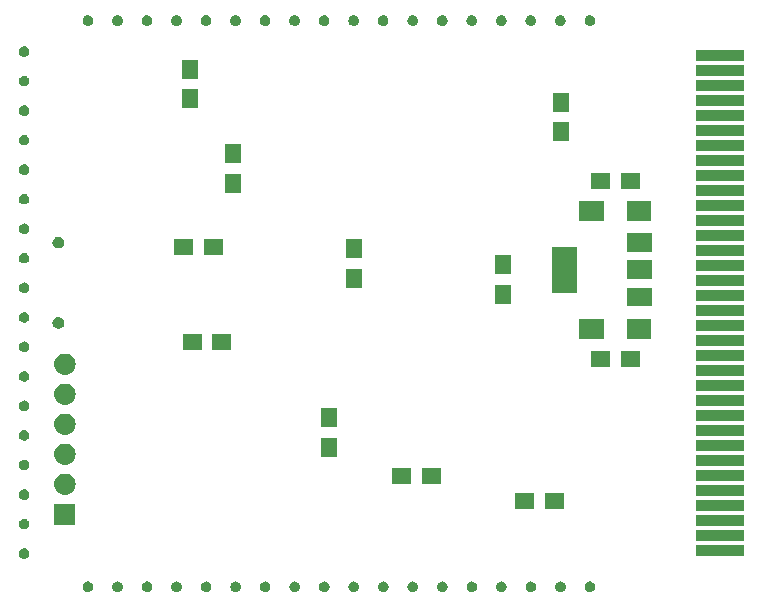
<source format=gbs>
G04 #@! TF.GenerationSoftware,KiCad,Pcbnew,5.1.2-f72e74a~84~ubuntu16.04.1*
G04 #@! TF.CreationDate,2019-06-15T11:53:25+02:00*
G04 #@! TF.ProjectId,sakura,73616b75-7261-42e6-9b69-6361645f7063,2.1.2019*
G04 #@! TF.SameCoordinates,Original*
G04 #@! TF.FileFunction,Soldermask,Bot*
G04 #@! TF.FilePolarity,Negative*
%FSLAX46Y46*%
G04 Gerber Fmt 4.6, Leading zero omitted, Abs format (unit mm)*
G04 Created by KiCad (PCBNEW 5.1.2-f72e74a~84~ubuntu16.04.1) date 2019-06-15 11:53:25*
%MOMM*%
%LPD*%
G04 APERTURE LIST*
%ADD10C,0.100000*%
G04 APERTURE END LIST*
D10*
G36*
X163065709Y-130237083D02*
G01*
X163147605Y-130271005D01*
X163221308Y-130320252D01*
X163283988Y-130382932D01*
X163333235Y-130456635D01*
X163367157Y-130538531D01*
X163384450Y-130625468D01*
X163384450Y-130714112D01*
X163367157Y-130801049D01*
X163333235Y-130882945D01*
X163283988Y-130956648D01*
X163221308Y-131019328D01*
X163147605Y-131068575D01*
X163065709Y-131102497D01*
X162978772Y-131119790D01*
X162890128Y-131119790D01*
X162803191Y-131102497D01*
X162721295Y-131068575D01*
X162647592Y-131019328D01*
X162584912Y-130956648D01*
X162535665Y-130882945D01*
X162501743Y-130801049D01*
X162484450Y-130714112D01*
X162484450Y-130625468D01*
X162501743Y-130538531D01*
X162518705Y-130497582D01*
X162535665Y-130456635D01*
X162584912Y-130382932D01*
X162647592Y-130320252D01*
X162721295Y-130271005D01*
X162803191Y-130237083D01*
X162890128Y-130219790D01*
X162978772Y-130219790D01*
X163065709Y-130237083D01*
X163065709Y-130237083D01*
G37*
G36*
X140565709Y-130237083D02*
G01*
X140647605Y-130271005D01*
X140721308Y-130320252D01*
X140783988Y-130382932D01*
X140833235Y-130456635D01*
X140867157Y-130538531D01*
X140884450Y-130625468D01*
X140884450Y-130714112D01*
X140867157Y-130801049D01*
X140833235Y-130882945D01*
X140783988Y-130956648D01*
X140721308Y-131019328D01*
X140647605Y-131068575D01*
X140565709Y-131102497D01*
X140478772Y-131119790D01*
X140390128Y-131119790D01*
X140303191Y-131102497D01*
X140221295Y-131068575D01*
X140147592Y-131019328D01*
X140084912Y-130956648D01*
X140035665Y-130882945D01*
X140001743Y-130801049D01*
X139984450Y-130714112D01*
X139984450Y-130625468D01*
X140001743Y-130538531D01*
X140018705Y-130497582D01*
X140035665Y-130456635D01*
X140084912Y-130382932D01*
X140147592Y-130320252D01*
X140221295Y-130271005D01*
X140303191Y-130237083D01*
X140390128Y-130219790D01*
X140478772Y-130219790D01*
X140565709Y-130237083D01*
X140565709Y-130237083D01*
G37*
G36*
X123065709Y-130237083D02*
G01*
X123147605Y-130271005D01*
X123221308Y-130320252D01*
X123283988Y-130382932D01*
X123333235Y-130456635D01*
X123367157Y-130538531D01*
X123384450Y-130625468D01*
X123384450Y-130714112D01*
X123367157Y-130801049D01*
X123333235Y-130882945D01*
X123283988Y-130956648D01*
X123221308Y-131019328D01*
X123147605Y-131068575D01*
X123065709Y-131102497D01*
X122978772Y-131119790D01*
X122890128Y-131119790D01*
X122803191Y-131102497D01*
X122721295Y-131068575D01*
X122647592Y-131019328D01*
X122584912Y-130956648D01*
X122535665Y-130882945D01*
X122501743Y-130801049D01*
X122484450Y-130714112D01*
X122484450Y-130625468D01*
X122501743Y-130538531D01*
X122518705Y-130497582D01*
X122535665Y-130456635D01*
X122584912Y-130382932D01*
X122647592Y-130320252D01*
X122721295Y-130271005D01*
X122803191Y-130237083D01*
X122890128Y-130219790D01*
X122978772Y-130219790D01*
X123065709Y-130237083D01*
X123065709Y-130237083D01*
G37*
G36*
X125565709Y-130237083D02*
G01*
X125647605Y-130271005D01*
X125721308Y-130320252D01*
X125783988Y-130382932D01*
X125833235Y-130456635D01*
X125867157Y-130538531D01*
X125884450Y-130625468D01*
X125884450Y-130714112D01*
X125867157Y-130801049D01*
X125833235Y-130882945D01*
X125783988Y-130956648D01*
X125721308Y-131019328D01*
X125647605Y-131068575D01*
X125565709Y-131102497D01*
X125478772Y-131119790D01*
X125390128Y-131119790D01*
X125303191Y-131102497D01*
X125221295Y-131068575D01*
X125147592Y-131019328D01*
X125084912Y-130956648D01*
X125035665Y-130882945D01*
X125001743Y-130801049D01*
X124984450Y-130714112D01*
X124984450Y-130625468D01*
X125001743Y-130538531D01*
X125018705Y-130497582D01*
X125035665Y-130456635D01*
X125084912Y-130382932D01*
X125147592Y-130320252D01*
X125221295Y-130271005D01*
X125303191Y-130237083D01*
X125390128Y-130219790D01*
X125478772Y-130219790D01*
X125565709Y-130237083D01*
X125565709Y-130237083D01*
G37*
G36*
X128065709Y-130237083D02*
G01*
X128147605Y-130271005D01*
X128221308Y-130320252D01*
X128283988Y-130382932D01*
X128333235Y-130456635D01*
X128367157Y-130538531D01*
X128384450Y-130625468D01*
X128384450Y-130714112D01*
X128367157Y-130801049D01*
X128333235Y-130882945D01*
X128283988Y-130956648D01*
X128221308Y-131019328D01*
X128147605Y-131068575D01*
X128065709Y-131102497D01*
X127978772Y-131119790D01*
X127890128Y-131119790D01*
X127803191Y-131102497D01*
X127721295Y-131068575D01*
X127647592Y-131019328D01*
X127584912Y-130956648D01*
X127535665Y-130882945D01*
X127501743Y-130801049D01*
X127484450Y-130714112D01*
X127484450Y-130625468D01*
X127501743Y-130538531D01*
X127518705Y-130497582D01*
X127535665Y-130456635D01*
X127584912Y-130382932D01*
X127647592Y-130320252D01*
X127721295Y-130271005D01*
X127803191Y-130237083D01*
X127890128Y-130219790D01*
X127978772Y-130219790D01*
X128065709Y-130237083D01*
X128065709Y-130237083D01*
G37*
G36*
X130565709Y-130237083D02*
G01*
X130647605Y-130271005D01*
X130721308Y-130320252D01*
X130783988Y-130382932D01*
X130833235Y-130456635D01*
X130867157Y-130538531D01*
X130884450Y-130625468D01*
X130884450Y-130714112D01*
X130867157Y-130801049D01*
X130833235Y-130882945D01*
X130783988Y-130956648D01*
X130721308Y-131019328D01*
X130647605Y-131068575D01*
X130565709Y-131102497D01*
X130478772Y-131119790D01*
X130390128Y-131119790D01*
X130303191Y-131102497D01*
X130221295Y-131068575D01*
X130147592Y-131019328D01*
X130084912Y-130956648D01*
X130035665Y-130882945D01*
X130001743Y-130801049D01*
X129984450Y-130714112D01*
X129984450Y-130625468D01*
X130001743Y-130538531D01*
X130018705Y-130497582D01*
X130035665Y-130456635D01*
X130084912Y-130382932D01*
X130147592Y-130320252D01*
X130221295Y-130271005D01*
X130303191Y-130237083D01*
X130390128Y-130219790D01*
X130478772Y-130219790D01*
X130565709Y-130237083D01*
X130565709Y-130237083D01*
G37*
G36*
X133065709Y-130237083D02*
G01*
X133147605Y-130271005D01*
X133221308Y-130320252D01*
X133283988Y-130382932D01*
X133333235Y-130456635D01*
X133367157Y-130538531D01*
X133384450Y-130625468D01*
X133384450Y-130714112D01*
X133367157Y-130801049D01*
X133333235Y-130882945D01*
X133283988Y-130956648D01*
X133221308Y-131019328D01*
X133147605Y-131068575D01*
X133065709Y-131102497D01*
X132978772Y-131119790D01*
X132890128Y-131119790D01*
X132803191Y-131102497D01*
X132721295Y-131068575D01*
X132647592Y-131019328D01*
X132584912Y-130956648D01*
X132535665Y-130882945D01*
X132501743Y-130801049D01*
X132484450Y-130714112D01*
X132484450Y-130625468D01*
X132501743Y-130538531D01*
X132518705Y-130497582D01*
X132535665Y-130456635D01*
X132584912Y-130382932D01*
X132647592Y-130320252D01*
X132721295Y-130271005D01*
X132803191Y-130237083D01*
X132890128Y-130219790D01*
X132978772Y-130219790D01*
X133065709Y-130237083D01*
X133065709Y-130237083D01*
G37*
G36*
X135565709Y-130237083D02*
G01*
X135647605Y-130271005D01*
X135721308Y-130320252D01*
X135783988Y-130382932D01*
X135833235Y-130456635D01*
X135867157Y-130538531D01*
X135884450Y-130625468D01*
X135884450Y-130714112D01*
X135867157Y-130801049D01*
X135833235Y-130882945D01*
X135783988Y-130956648D01*
X135721308Y-131019328D01*
X135647605Y-131068575D01*
X135565709Y-131102497D01*
X135478772Y-131119790D01*
X135390128Y-131119790D01*
X135303191Y-131102497D01*
X135221295Y-131068575D01*
X135147592Y-131019328D01*
X135084912Y-130956648D01*
X135035665Y-130882945D01*
X135001743Y-130801049D01*
X134984450Y-130714112D01*
X134984450Y-130625468D01*
X135001743Y-130538531D01*
X135018705Y-130497582D01*
X135035665Y-130456635D01*
X135084912Y-130382932D01*
X135147592Y-130320252D01*
X135221295Y-130271005D01*
X135303191Y-130237083D01*
X135390128Y-130219790D01*
X135478772Y-130219790D01*
X135565709Y-130237083D01*
X135565709Y-130237083D01*
G37*
G36*
X138065709Y-130237083D02*
G01*
X138147605Y-130271005D01*
X138221308Y-130320252D01*
X138283988Y-130382932D01*
X138333235Y-130456635D01*
X138367157Y-130538531D01*
X138384450Y-130625468D01*
X138384450Y-130714112D01*
X138367157Y-130801049D01*
X138333235Y-130882945D01*
X138283988Y-130956648D01*
X138221308Y-131019328D01*
X138147605Y-131068575D01*
X138065709Y-131102497D01*
X137978772Y-131119790D01*
X137890128Y-131119790D01*
X137803191Y-131102497D01*
X137721295Y-131068575D01*
X137647592Y-131019328D01*
X137584912Y-130956648D01*
X137535665Y-130882945D01*
X137501743Y-130801049D01*
X137484450Y-130714112D01*
X137484450Y-130625468D01*
X137501743Y-130538531D01*
X137518705Y-130497582D01*
X137535665Y-130456635D01*
X137584912Y-130382932D01*
X137647592Y-130320252D01*
X137721295Y-130271005D01*
X137803191Y-130237083D01*
X137890128Y-130219790D01*
X137978772Y-130219790D01*
X138065709Y-130237083D01*
X138065709Y-130237083D01*
G37*
G36*
X165565709Y-130237083D02*
G01*
X165647605Y-130271005D01*
X165721308Y-130320252D01*
X165783988Y-130382932D01*
X165833235Y-130456635D01*
X165867157Y-130538531D01*
X165884450Y-130625468D01*
X165884450Y-130714112D01*
X165867157Y-130801049D01*
X165833235Y-130882945D01*
X165783988Y-130956648D01*
X165721308Y-131019328D01*
X165647605Y-131068575D01*
X165565709Y-131102497D01*
X165478772Y-131119790D01*
X165390128Y-131119790D01*
X165303191Y-131102497D01*
X165221295Y-131068575D01*
X165147592Y-131019328D01*
X165084912Y-130956648D01*
X165035665Y-130882945D01*
X165001743Y-130801049D01*
X164984450Y-130714112D01*
X164984450Y-130625468D01*
X165001743Y-130538531D01*
X165018705Y-130497582D01*
X165035665Y-130456635D01*
X165084912Y-130382932D01*
X165147592Y-130320252D01*
X165221295Y-130271005D01*
X165303191Y-130237083D01*
X165390128Y-130219790D01*
X165478772Y-130219790D01*
X165565709Y-130237083D01*
X165565709Y-130237083D01*
G37*
G36*
X145565709Y-130237083D02*
G01*
X145647605Y-130271005D01*
X145721308Y-130320252D01*
X145783988Y-130382932D01*
X145833235Y-130456635D01*
X145867157Y-130538531D01*
X145884450Y-130625468D01*
X145884450Y-130714112D01*
X145867157Y-130801049D01*
X145833235Y-130882945D01*
X145783988Y-130956648D01*
X145721308Y-131019328D01*
X145647605Y-131068575D01*
X145565709Y-131102497D01*
X145478772Y-131119790D01*
X145390128Y-131119790D01*
X145303191Y-131102497D01*
X145221295Y-131068575D01*
X145147592Y-131019328D01*
X145084912Y-130956648D01*
X145035665Y-130882945D01*
X145001743Y-130801049D01*
X144984450Y-130714112D01*
X144984450Y-130625468D01*
X145001743Y-130538531D01*
X145018705Y-130497582D01*
X145035665Y-130456635D01*
X145084912Y-130382932D01*
X145147592Y-130320252D01*
X145221295Y-130271005D01*
X145303191Y-130237083D01*
X145390128Y-130219790D01*
X145478772Y-130219790D01*
X145565709Y-130237083D01*
X145565709Y-130237083D01*
G37*
G36*
X143065709Y-130237083D02*
G01*
X143147605Y-130271005D01*
X143221308Y-130320252D01*
X143283988Y-130382932D01*
X143333235Y-130456635D01*
X143367157Y-130538531D01*
X143384450Y-130625468D01*
X143384450Y-130714112D01*
X143367157Y-130801049D01*
X143333235Y-130882945D01*
X143283988Y-130956648D01*
X143221308Y-131019328D01*
X143147605Y-131068575D01*
X143065709Y-131102497D01*
X142978772Y-131119790D01*
X142890128Y-131119790D01*
X142803191Y-131102497D01*
X142721295Y-131068575D01*
X142647592Y-131019328D01*
X142584912Y-130956648D01*
X142535665Y-130882945D01*
X142501743Y-130801049D01*
X142484450Y-130714112D01*
X142484450Y-130625468D01*
X142501743Y-130538531D01*
X142518705Y-130497582D01*
X142535665Y-130456635D01*
X142584912Y-130382932D01*
X142647592Y-130320252D01*
X142721295Y-130271005D01*
X142803191Y-130237083D01*
X142890128Y-130219790D01*
X142978772Y-130219790D01*
X143065709Y-130237083D01*
X143065709Y-130237083D01*
G37*
G36*
X160565709Y-130237083D02*
G01*
X160647605Y-130271005D01*
X160721308Y-130320252D01*
X160783988Y-130382932D01*
X160833235Y-130456635D01*
X160867157Y-130538531D01*
X160884450Y-130625468D01*
X160884450Y-130714112D01*
X160867157Y-130801049D01*
X160833235Y-130882945D01*
X160783988Y-130956648D01*
X160721308Y-131019328D01*
X160647605Y-131068575D01*
X160565709Y-131102497D01*
X160478772Y-131119790D01*
X160390128Y-131119790D01*
X160303191Y-131102497D01*
X160221295Y-131068575D01*
X160147592Y-131019328D01*
X160084912Y-130956648D01*
X160035665Y-130882945D01*
X160001743Y-130801049D01*
X159984450Y-130714112D01*
X159984450Y-130625468D01*
X160001743Y-130538531D01*
X160018705Y-130497582D01*
X160035665Y-130456635D01*
X160084912Y-130382932D01*
X160147592Y-130320252D01*
X160221295Y-130271005D01*
X160303191Y-130237083D01*
X160390128Y-130219790D01*
X160478772Y-130219790D01*
X160565709Y-130237083D01*
X160565709Y-130237083D01*
G37*
G36*
X158065709Y-130237083D02*
G01*
X158147605Y-130271005D01*
X158221308Y-130320252D01*
X158283988Y-130382932D01*
X158333235Y-130456635D01*
X158367157Y-130538531D01*
X158384450Y-130625468D01*
X158384450Y-130714112D01*
X158367157Y-130801049D01*
X158333235Y-130882945D01*
X158283988Y-130956648D01*
X158221308Y-131019328D01*
X158147605Y-131068575D01*
X158065709Y-131102497D01*
X157978772Y-131119790D01*
X157890128Y-131119790D01*
X157803191Y-131102497D01*
X157721295Y-131068575D01*
X157647592Y-131019328D01*
X157584912Y-130956648D01*
X157535665Y-130882945D01*
X157501743Y-130801049D01*
X157484450Y-130714112D01*
X157484450Y-130625468D01*
X157501743Y-130538531D01*
X157518705Y-130497582D01*
X157535665Y-130456635D01*
X157584912Y-130382932D01*
X157647592Y-130320252D01*
X157721295Y-130271005D01*
X157803191Y-130237083D01*
X157890128Y-130219790D01*
X157978772Y-130219790D01*
X158065709Y-130237083D01*
X158065709Y-130237083D01*
G37*
G36*
X155565709Y-130237083D02*
G01*
X155647605Y-130271005D01*
X155721308Y-130320252D01*
X155783988Y-130382932D01*
X155833235Y-130456635D01*
X155867157Y-130538531D01*
X155884450Y-130625468D01*
X155884450Y-130714112D01*
X155867157Y-130801049D01*
X155833235Y-130882945D01*
X155783988Y-130956648D01*
X155721308Y-131019328D01*
X155647605Y-131068575D01*
X155565709Y-131102497D01*
X155478772Y-131119790D01*
X155390128Y-131119790D01*
X155303191Y-131102497D01*
X155221295Y-131068575D01*
X155147592Y-131019328D01*
X155084912Y-130956648D01*
X155035665Y-130882945D01*
X155001743Y-130801049D01*
X154984450Y-130714112D01*
X154984450Y-130625468D01*
X155001743Y-130538531D01*
X155018705Y-130497582D01*
X155035665Y-130456635D01*
X155084912Y-130382932D01*
X155147592Y-130320252D01*
X155221295Y-130271005D01*
X155303191Y-130237083D01*
X155390128Y-130219790D01*
X155478772Y-130219790D01*
X155565709Y-130237083D01*
X155565709Y-130237083D01*
G37*
G36*
X150565709Y-130237083D02*
G01*
X150647605Y-130271005D01*
X150721308Y-130320252D01*
X150783988Y-130382932D01*
X150833235Y-130456635D01*
X150867157Y-130538531D01*
X150884450Y-130625468D01*
X150884450Y-130714112D01*
X150867157Y-130801049D01*
X150833235Y-130882945D01*
X150783988Y-130956648D01*
X150721308Y-131019328D01*
X150647605Y-131068575D01*
X150565709Y-131102497D01*
X150478772Y-131119790D01*
X150390128Y-131119790D01*
X150303191Y-131102497D01*
X150221295Y-131068575D01*
X150147592Y-131019328D01*
X150084912Y-130956648D01*
X150035665Y-130882945D01*
X150001743Y-130801049D01*
X149984450Y-130714112D01*
X149984450Y-130625468D01*
X150001743Y-130538531D01*
X150018705Y-130497582D01*
X150035665Y-130456635D01*
X150084912Y-130382932D01*
X150147592Y-130320252D01*
X150221295Y-130271005D01*
X150303191Y-130237083D01*
X150390128Y-130219790D01*
X150478772Y-130219790D01*
X150565709Y-130237083D01*
X150565709Y-130237083D01*
G37*
G36*
X148065709Y-130237083D02*
G01*
X148147605Y-130271005D01*
X148221308Y-130320252D01*
X148283988Y-130382932D01*
X148333235Y-130456635D01*
X148367157Y-130538531D01*
X148384450Y-130625468D01*
X148384450Y-130714112D01*
X148367157Y-130801049D01*
X148333235Y-130882945D01*
X148283988Y-130956648D01*
X148221308Y-131019328D01*
X148147605Y-131068575D01*
X148065709Y-131102497D01*
X147978772Y-131119790D01*
X147890128Y-131119790D01*
X147803191Y-131102497D01*
X147721295Y-131068575D01*
X147647592Y-131019328D01*
X147584912Y-130956648D01*
X147535665Y-130882945D01*
X147501743Y-130801049D01*
X147484450Y-130714112D01*
X147484450Y-130625468D01*
X147501743Y-130538531D01*
X147518705Y-130497582D01*
X147535665Y-130456635D01*
X147584912Y-130382932D01*
X147647592Y-130320252D01*
X147721295Y-130271005D01*
X147803191Y-130237083D01*
X147890128Y-130219790D01*
X147978772Y-130219790D01*
X148065709Y-130237083D01*
X148065709Y-130237083D01*
G37*
G36*
X153065709Y-130237083D02*
G01*
X153147605Y-130271005D01*
X153221308Y-130320252D01*
X153283988Y-130382932D01*
X153333235Y-130456635D01*
X153367157Y-130538531D01*
X153384450Y-130625468D01*
X153384450Y-130714112D01*
X153367157Y-130801049D01*
X153333235Y-130882945D01*
X153283988Y-130956648D01*
X153221308Y-131019328D01*
X153147605Y-131068575D01*
X153065709Y-131102497D01*
X152978772Y-131119790D01*
X152890128Y-131119790D01*
X152803191Y-131102497D01*
X152721295Y-131068575D01*
X152647592Y-131019328D01*
X152584912Y-130956648D01*
X152535665Y-130882945D01*
X152501743Y-130801049D01*
X152484450Y-130714112D01*
X152484450Y-130625468D01*
X152501743Y-130538531D01*
X152518705Y-130497582D01*
X152535665Y-130456635D01*
X152584912Y-130382932D01*
X152647592Y-130320252D01*
X152721295Y-130271005D01*
X152803191Y-130237083D01*
X152890128Y-130219790D01*
X152978772Y-130219790D01*
X153065709Y-130237083D01*
X153065709Y-130237083D01*
G37*
G36*
X117655709Y-127427083D02*
G01*
X117696658Y-127444045D01*
X117737605Y-127461005D01*
X117811308Y-127510252D01*
X117873988Y-127572932D01*
X117923235Y-127646635D01*
X117940195Y-127687582D01*
X117957157Y-127728531D01*
X117974450Y-127815468D01*
X117974450Y-127904112D01*
X117957157Y-127991049D01*
X117923235Y-128072945D01*
X117873988Y-128146648D01*
X117811308Y-128209328D01*
X117737605Y-128258575D01*
X117696658Y-128275535D01*
X117655709Y-128292497D01*
X117568772Y-128309790D01*
X117480128Y-128309790D01*
X117393191Y-128292497D01*
X117352242Y-128275535D01*
X117311295Y-128258575D01*
X117237592Y-128209328D01*
X117174912Y-128146648D01*
X117125665Y-128072945D01*
X117108705Y-128031998D01*
X117091743Y-127991049D01*
X117074450Y-127904112D01*
X117074450Y-127815468D01*
X117091743Y-127728531D01*
X117108705Y-127687582D01*
X117125665Y-127646635D01*
X117174912Y-127572932D01*
X117237592Y-127510252D01*
X117311295Y-127461005D01*
X117352242Y-127444045D01*
X117393191Y-127427083D01*
X117480128Y-127409790D01*
X117568772Y-127409790D01*
X117655709Y-127427083D01*
X117655709Y-127427083D01*
G37*
G36*
X178514550Y-128043450D02*
G01*
X174414550Y-128043450D01*
X174414550Y-127143450D01*
X178514550Y-127143450D01*
X178514550Y-128043450D01*
X178514550Y-128043450D01*
G37*
G36*
X178514550Y-126773450D02*
G01*
X174414550Y-126773450D01*
X174414550Y-125873450D01*
X178514550Y-125873450D01*
X178514550Y-126773450D01*
X178514550Y-126773450D01*
G37*
G36*
X117655709Y-124927083D02*
G01*
X117696658Y-124944045D01*
X117737605Y-124961005D01*
X117811308Y-125010252D01*
X117873988Y-125072932D01*
X117923235Y-125146635D01*
X117940195Y-125187582D01*
X117957157Y-125228531D01*
X117974450Y-125315468D01*
X117974450Y-125404112D01*
X117957157Y-125491049D01*
X117952020Y-125503450D01*
X117923235Y-125572945D01*
X117873988Y-125646648D01*
X117811308Y-125709328D01*
X117737605Y-125758575D01*
X117696658Y-125775535D01*
X117655709Y-125792497D01*
X117568772Y-125809790D01*
X117480128Y-125809790D01*
X117393191Y-125792497D01*
X117352242Y-125775535D01*
X117311295Y-125758575D01*
X117237592Y-125709328D01*
X117174912Y-125646648D01*
X117125665Y-125572945D01*
X117096880Y-125503450D01*
X117091743Y-125491049D01*
X117074450Y-125404112D01*
X117074450Y-125315468D01*
X117091743Y-125228531D01*
X117108705Y-125187582D01*
X117125665Y-125146635D01*
X117174912Y-125072932D01*
X117237592Y-125010252D01*
X117311295Y-124961005D01*
X117352242Y-124944045D01*
X117393191Y-124927083D01*
X117480128Y-124909790D01*
X117568772Y-124909790D01*
X117655709Y-124927083D01*
X117655709Y-124927083D01*
G37*
G36*
X178514550Y-125503450D02*
G01*
X174414550Y-125503450D01*
X174414550Y-124603450D01*
X178514550Y-124603450D01*
X178514550Y-125503450D01*
X178514550Y-125503450D01*
G37*
G36*
X121874300Y-125449940D02*
G01*
X120074300Y-125449940D01*
X120074300Y-123649940D01*
X121874300Y-123649940D01*
X121874300Y-125449940D01*
X121874300Y-125449940D01*
G37*
G36*
X178514550Y-124233450D02*
G01*
X174414550Y-124233450D01*
X174414550Y-123333450D01*
X178514550Y-123333450D01*
X178514550Y-124233450D01*
X178514550Y-124233450D01*
G37*
G36*
X160714300Y-124064940D02*
G01*
X159114300Y-124064940D01*
X159114300Y-122714940D01*
X160714300Y-122714940D01*
X160714300Y-124064940D01*
X160714300Y-124064940D01*
G37*
G36*
X163214300Y-124064940D02*
G01*
X161614300Y-124064940D01*
X161614300Y-122714940D01*
X163214300Y-122714940D01*
X163214300Y-124064940D01*
X163214300Y-124064940D01*
G37*
G36*
X117655709Y-122427083D02*
G01*
X117737605Y-122461005D01*
X117811308Y-122510252D01*
X117873988Y-122572932D01*
X117923235Y-122646635D01*
X117924386Y-122649415D01*
X117957157Y-122728531D01*
X117974450Y-122815468D01*
X117974450Y-122904112D01*
X117957157Y-122991049D01*
X117923235Y-123072945D01*
X117873988Y-123146648D01*
X117811308Y-123209328D01*
X117737605Y-123258575D01*
X117655709Y-123292497D01*
X117568772Y-123309790D01*
X117480128Y-123309790D01*
X117393191Y-123292497D01*
X117311295Y-123258575D01*
X117237592Y-123209328D01*
X117174912Y-123146648D01*
X117125665Y-123072945D01*
X117091743Y-122991049D01*
X117074450Y-122904112D01*
X117074450Y-122815468D01*
X117091743Y-122728531D01*
X117124514Y-122649415D01*
X117125665Y-122646635D01*
X117174912Y-122572932D01*
X117237592Y-122510252D01*
X117311295Y-122461005D01*
X117393191Y-122427083D01*
X117480128Y-122409790D01*
X117568772Y-122409790D01*
X117655709Y-122427083D01*
X117655709Y-122427083D01*
G37*
G36*
X178514550Y-122963450D02*
G01*
X174414550Y-122963450D01*
X174414550Y-122063450D01*
X178514550Y-122063450D01*
X178514550Y-122963450D01*
X178514550Y-122963450D01*
G37*
G36*
X121150727Y-121122962D02*
G01*
X121150730Y-121122963D01*
X121150731Y-121122963D01*
X121320381Y-121174426D01*
X121320383Y-121174427D01*
X121320386Y-121174428D01*
X121476731Y-121257996D01*
X121613775Y-121370465D01*
X121726244Y-121507509D01*
X121809812Y-121663854D01*
X121861278Y-121833513D01*
X121878654Y-122009940D01*
X121861278Y-122186367D01*
X121809812Y-122356026D01*
X121726244Y-122512371D01*
X121613775Y-122649415D01*
X121476731Y-122761884D01*
X121320386Y-122845452D01*
X121320383Y-122845453D01*
X121320381Y-122845454D01*
X121150731Y-122896917D01*
X121150730Y-122896917D01*
X121150727Y-122896918D01*
X121018511Y-122909940D01*
X120930089Y-122909940D01*
X120797873Y-122896918D01*
X120797870Y-122896917D01*
X120797869Y-122896917D01*
X120628219Y-122845454D01*
X120628217Y-122845453D01*
X120628214Y-122845452D01*
X120471869Y-122761884D01*
X120334825Y-122649415D01*
X120222356Y-122512371D01*
X120138788Y-122356026D01*
X120087322Y-122186367D01*
X120069946Y-122009940D01*
X120087322Y-121833513D01*
X120138788Y-121663854D01*
X120222356Y-121507509D01*
X120334825Y-121370465D01*
X120471869Y-121257996D01*
X120628214Y-121174428D01*
X120628217Y-121174427D01*
X120628219Y-121174426D01*
X120797869Y-121122963D01*
X120797870Y-121122963D01*
X120797873Y-121122962D01*
X120930089Y-121109940D01*
X121018511Y-121109940D01*
X121150727Y-121122962D01*
X121150727Y-121122962D01*
G37*
G36*
X150284300Y-121974940D02*
G01*
X148684300Y-121974940D01*
X148684300Y-120624940D01*
X150284300Y-120624940D01*
X150284300Y-121974940D01*
X150284300Y-121974940D01*
G37*
G36*
X152784300Y-121974940D02*
G01*
X151184300Y-121974940D01*
X151184300Y-120624940D01*
X152784300Y-120624940D01*
X152784300Y-121974940D01*
X152784300Y-121974940D01*
G37*
G36*
X178514550Y-121693450D02*
G01*
X174414550Y-121693450D01*
X174414550Y-120793450D01*
X178514550Y-120793450D01*
X178514550Y-121693450D01*
X178514550Y-121693450D01*
G37*
G36*
X117655709Y-119927083D02*
G01*
X117737605Y-119961005D01*
X117811308Y-120010252D01*
X117873988Y-120072932D01*
X117923235Y-120146635D01*
X117957157Y-120228531D01*
X117974450Y-120315468D01*
X117974450Y-120404112D01*
X117957157Y-120491049D01*
X117940195Y-120531998D01*
X117923235Y-120572945D01*
X117873988Y-120646648D01*
X117811308Y-120709328D01*
X117737605Y-120758575D01*
X117655709Y-120792497D01*
X117568772Y-120809790D01*
X117480128Y-120809790D01*
X117393191Y-120792497D01*
X117311295Y-120758575D01*
X117237592Y-120709328D01*
X117174912Y-120646648D01*
X117125665Y-120572945D01*
X117108705Y-120531998D01*
X117091743Y-120491049D01*
X117074450Y-120404112D01*
X117074450Y-120315468D01*
X117091743Y-120228531D01*
X117125665Y-120146635D01*
X117174912Y-120072932D01*
X117237592Y-120010252D01*
X117311295Y-119961005D01*
X117393191Y-119927083D01*
X117480128Y-119909790D01*
X117568772Y-119909790D01*
X117655709Y-119927083D01*
X117655709Y-119927083D01*
G37*
G36*
X178514550Y-120423450D02*
G01*
X174414550Y-120423450D01*
X174414550Y-119523450D01*
X178514550Y-119523450D01*
X178514550Y-120423450D01*
X178514550Y-120423450D01*
G37*
G36*
X121150727Y-118582962D02*
G01*
X121150730Y-118582963D01*
X121150731Y-118582963D01*
X121320381Y-118634426D01*
X121320383Y-118634427D01*
X121320386Y-118634428D01*
X121476731Y-118717996D01*
X121613775Y-118830465D01*
X121726244Y-118967509D01*
X121809812Y-119123854D01*
X121861278Y-119293513D01*
X121878654Y-119469940D01*
X121861278Y-119646367D01*
X121809812Y-119816026D01*
X121726244Y-119972371D01*
X121613775Y-120109415D01*
X121476731Y-120221884D01*
X121320386Y-120305452D01*
X121320383Y-120305453D01*
X121320381Y-120305454D01*
X121150731Y-120356917D01*
X121150730Y-120356917D01*
X121150727Y-120356918D01*
X121018511Y-120369940D01*
X120930089Y-120369940D01*
X120797873Y-120356918D01*
X120797870Y-120356917D01*
X120797869Y-120356917D01*
X120628219Y-120305454D01*
X120628217Y-120305453D01*
X120628214Y-120305452D01*
X120471869Y-120221884D01*
X120334825Y-120109415D01*
X120222356Y-119972371D01*
X120138788Y-119816026D01*
X120087322Y-119646367D01*
X120069946Y-119469940D01*
X120087322Y-119293513D01*
X120138788Y-119123854D01*
X120222356Y-118967509D01*
X120334825Y-118830465D01*
X120471869Y-118717996D01*
X120628214Y-118634428D01*
X120628217Y-118634427D01*
X120628219Y-118634426D01*
X120797869Y-118582963D01*
X120797870Y-118582963D01*
X120797873Y-118582962D01*
X120930089Y-118569940D01*
X121018511Y-118569940D01*
X121150727Y-118582962D01*
X121150727Y-118582962D01*
G37*
G36*
X144019450Y-119659790D02*
G01*
X142669450Y-119659790D01*
X142669450Y-118059790D01*
X144019450Y-118059790D01*
X144019450Y-119659790D01*
X144019450Y-119659790D01*
G37*
G36*
X178514550Y-119153450D02*
G01*
X174414550Y-119153450D01*
X174414550Y-118253450D01*
X178514550Y-118253450D01*
X178514550Y-119153450D01*
X178514550Y-119153450D01*
G37*
G36*
X117655709Y-117427083D02*
G01*
X117696658Y-117444045D01*
X117737605Y-117461005D01*
X117811308Y-117510252D01*
X117873988Y-117572932D01*
X117923235Y-117646635D01*
X117937835Y-117681883D01*
X117957157Y-117728531D01*
X117974450Y-117815468D01*
X117974450Y-117904112D01*
X117957157Y-117991049D01*
X117940195Y-118031998D01*
X117923235Y-118072945D01*
X117873988Y-118146648D01*
X117811308Y-118209328D01*
X117737605Y-118258575D01*
X117696658Y-118275535D01*
X117655709Y-118292497D01*
X117568772Y-118309790D01*
X117480128Y-118309790D01*
X117393191Y-118292497D01*
X117352242Y-118275535D01*
X117311295Y-118258575D01*
X117237592Y-118209328D01*
X117174912Y-118146648D01*
X117125665Y-118072945D01*
X117108705Y-118031998D01*
X117091743Y-117991049D01*
X117074450Y-117904112D01*
X117074450Y-117815468D01*
X117091743Y-117728531D01*
X117111065Y-117681883D01*
X117125665Y-117646635D01*
X117174912Y-117572932D01*
X117237592Y-117510252D01*
X117311295Y-117461005D01*
X117352242Y-117444045D01*
X117393191Y-117427083D01*
X117480128Y-117409790D01*
X117568772Y-117409790D01*
X117655709Y-117427083D01*
X117655709Y-117427083D01*
G37*
G36*
X178514550Y-117883450D02*
G01*
X174414550Y-117883450D01*
X174414550Y-116983450D01*
X178514550Y-116983450D01*
X178514550Y-117883450D01*
X178514550Y-117883450D01*
G37*
G36*
X121150727Y-116042962D02*
G01*
X121150730Y-116042963D01*
X121150731Y-116042963D01*
X121320381Y-116094426D01*
X121320383Y-116094427D01*
X121320386Y-116094428D01*
X121476731Y-116177996D01*
X121613775Y-116290465D01*
X121726244Y-116427509D01*
X121809812Y-116583854D01*
X121861278Y-116753513D01*
X121878654Y-116929940D01*
X121861278Y-117106367D01*
X121809812Y-117276026D01*
X121726244Y-117432371D01*
X121613775Y-117569415D01*
X121476731Y-117681884D01*
X121320386Y-117765452D01*
X121320383Y-117765453D01*
X121320381Y-117765454D01*
X121150731Y-117816917D01*
X121150730Y-117816917D01*
X121150727Y-117816918D01*
X121018511Y-117829940D01*
X120930089Y-117829940D01*
X120797873Y-117816918D01*
X120797870Y-117816917D01*
X120797869Y-117816917D01*
X120628219Y-117765454D01*
X120628217Y-117765453D01*
X120628214Y-117765452D01*
X120471869Y-117681884D01*
X120334825Y-117569415D01*
X120222356Y-117432371D01*
X120138788Y-117276026D01*
X120087322Y-117106367D01*
X120069946Y-116929940D01*
X120087322Y-116753513D01*
X120138788Y-116583854D01*
X120222356Y-116427509D01*
X120334825Y-116290465D01*
X120471869Y-116177996D01*
X120628214Y-116094428D01*
X120628217Y-116094427D01*
X120628219Y-116094426D01*
X120797869Y-116042963D01*
X120797870Y-116042963D01*
X120797873Y-116042962D01*
X120930089Y-116029940D01*
X121018511Y-116029940D01*
X121150727Y-116042962D01*
X121150727Y-116042962D01*
G37*
G36*
X144019450Y-117159790D02*
G01*
X142669450Y-117159790D01*
X142669450Y-115559790D01*
X144019450Y-115559790D01*
X144019450Y-117159790D01*
X144019450Y-117159790D01*
G37*
G36*
X178514550Y-116613450D02*
G01*
X174414550Y-116613450D01*
X174414550Y-115713450D01*
X178514550Y-115713450D01*
X178514550Y-116613450D01*
X178514550Y-116613450D01*
G37*
G36*
X117655709Y-114927083D02*
G01*
X117737605Y-114961005D01*
X117811308Y-115010252D01*
X117873988Y-115072932D01*
X117923235Y-115146635D01*
X117957157Y-115228531D01*
X117974450Y-115315468D01*
X117974450Y-115404112D01*
X117957157Y-115491049D01*
X117940195Y-115531998D01*
X117923235Y-115572945D01*
X117873988Y-115646648D01*
X117811308Y-115709328D01*
X117737605Y-115758575D01*
X117655709Y-115792497D01*
X117568772Y-115809790D01*
X117480128Y-115809790D01*
X117393191Y-115792497D01*
X117311295Y-115758575D01*
X117237592Y-115709328D01*
X117174912Y-115646648D01*
X117125665Y-115572945D01*
X117108705Y-115531998D01*
X117091743Y-115491049D01*
X117074450Y-115404112D01*
X117074450Y-115315468D01*
X117091743Y-115228531D01*
X117125665Y-115146635D01*
X117174912Y-115072932D01*
X117237592Y-115010252D01*
X117311295Y-114961005D01*
X117393191Y-114927083D01*
X117480128Y-114909790D01*
X117568772Y-114909790D01*
X117655709Y-114927083D01*
X117655709Y-114927083D01*
G37*
G36*
X178514550Y-115343450D02*
G01*
X174414550Y-115343450D01*
X174414550Y-114443450D01*
X178514550Y-114443450D01*
X178514550Y-115343450D01*
X178514550Y-115343450D01*
G37*
G36*
X121150727Y-113502962D02*
G01*
X121150730Y-113502963D01*
X121150731Y-113502963D01*
X121320381Y-113554426D01*
X121320383Y-113554427D01*
X121320386Y-113554428D01*
X121476731Y-113637996D01*
X121613775Y-113750465D01*
X121726244Y-113887509D01*
X121809812Y-114043854D01*
X121861278Y-114213513D01*
X121878654Y-114389940D01*
X121861278Y-114566367D01*
X121809812Y-114736026D01*
X121726244Y-114892371D01*
X121613775Y-115029415D01*
X121476731Y-115141884D01*
X121320386Y-115225452D01*
X121320383Y-115225453D01*
X121320381Y-115225454D01*
X121150731Y-115276917D01*
X121150730Y-115276917D01*
X121150727Y-115276918D01*
X121018511Y-115289940D01*
X120930089Y-115289940D01*
X120797873Y-115276918D01*
X120797870Y-115276917D01*
X120797869Y-115276917D01*
X120628219Y-115225454D01*
X120628217Y-115225453D01*
X120628214Y-115225452D01*
X120471869Y-115141884D01*
X120334825Y-115029415D01*
X120222356Y-114892371D01*
X120138788Y-114736026D01*
X120087322Y-114566367D01*
X120069946Y-114389940D01*
X120087322Y-114213513D01*
X120138788Y-114043854D01*
X120222356Y-113887509D01*
X120334825Y-113750465D01*
X120471869Y-113637996D01*
X120628214Y-113554428D01*
X120628217Y-113554427D01*
X120628219Y-113554426D01*
X120797869Y-113502963D01*
X120797870Y-113502963D01*
X120797873Y-113502962D01*
X120930089Y-113489940D01*
X121018511Y-113489940D01*
X121150727Y-113502962D01*
X121150727Y-113502962D01*
G37*
G36*
X178514550Y-114073450D02*
G01*
X174414550Y-114073450D01*
X174414550Y-113173450D01*
X178514550Y-113173450D01*
X178514550Y-114073450D01*
X178514550Y-114073450D01*
G37*
G36*
X117655709Y-112427083D02*
G01*
X117737605Y-112461005D01*
X117811308Y-112510252D01*
X117873988Y-112572932D01*
X117923235Y-112646635D01*
X117939313Y-112685452D01*
X117957157Y-112728531D01*
X117974450Y-112815468D01*
X117974450Y-112904112D01*
X117957157Y-112991049D01*
X117923235Y-113072945D01*
X117873988Y-113146648D01*
X117811308Y-113209328D01*
X117737605Y-113258575D01*
X117696658Y-113275535D01*
X117655709Y-113292497D01*
X117568772Y-113309790D01*
X117480128Y-113309790D01*
X117393191Y-113292497D01*
X117352242Y-113275535D01*
X117311295Y-113258575D01*
X117237592Y-113209328D01*
X117174912Y-113146648D01*
X117125665Y-113072945D01*
X117091743Y-112991049D01*
X117074450Y-112904112D01*
X117074450Y-112815468D01*
X117091743Y-112728531D01*
X117109587Y-112685452D01*
X117125665Y-112646635D01*
X117174912Y-112572932D01*
X117237592Y-112510252D01*
X117311295Y-112461005D01*
X117393191Y-112427083D01*
X117480128Y-112409790D01*
X117568772Y-112409790D01*
X117655709Y-112427083D01*
X117655709Y-112427083D01*
G37*
G36*
X178514550Y-112803450D02*
G01*
X174414550Y-112803450D01*
X174414550Y-111903450D01*
X178514550Y-111903450D01*
X178514550Y-112803450D01*
X178514550Y-112803450D01*
G37*
G36*
X121150727Y-110962962D02*
G01*
X121150730Y-110962963D01*
X121150731Y-110962963D01*
X121320381Y-111014426D01*
X121320383Y-111014427D01*
X121320386Y-111014428D01*
X121476731Y-111097996D01*
X121613775Y-111210465D01*
X121726244Y-111347509D01*
X121809812Y-111503854D01*
X121861278Y-111673513D01*
X121878654Y-111849940D01*
X121861278Y-112026367D01*
X121861277Y-112026370D01*
X121861277Y-112026371D01*
X121840477Y-112094940D01*
X121809812Y-112196026D01*
X121726244Y-112352371D01*
X121613775Y-112489415D01*
X121476731Y-112601884D01*
X121320386Y-112685452D01*
X121320383Y-112685453D01*
X121320381Y-112685454D01*
X121150731Y-112736917D01*
X121150730Y-112736917D01*
X121150727Y-112736918D01*
X121018511Y-112749940D01*
X120930089Y-112749940D01*
X120797873Y-112736918D01*
X120797870Y-112736917D01*
X120797869Y-112736917D01*
X120628219Y-112685454D01*
X120628217Y-112685453D01*
X120628214Y-112685452D01*
X120471869Y-112601884D01*
X120334825Y-112489415D01*
X120222356Y-112352371D01*
X120138788Y-112196026D01*
X120108124Y-112094940D01*
X120087323Y-112026371D01*
X120087323Y-112026370D01*
X120087322Y-112026367D01*
X120069946Y-111849940D01*
X120087322Y-111673513D01*
X120138788Y-111503854D01*
X120222356Y-111347509D01*
X120334825Y-111210465D01*
X120471869Y-111097996D01*
X120628214Y-111014428D01*
X120628217Y-111014427D01*
X120628219Y-111014426D01*
X120797869Y-110962963D01*
X120797870Y-110962963D01*
X120797873Y-110962962D01*
X120930089Y-110949940D01*
X121018511Y-110949940D01*
X121150727Y-110962962D01*
X121150727Y-110962962D01*
G37*
G36*
X169634300Y-112094940D02*
G01*
X168034300Y-112094940D01*
X168034300Y-110744940D01*
X169634300Y-110744940D01*
X169634300Y-112094940D01*
X169634300Y-112094940D01*
G37*
G36*
X167134300Y-112094940D02*
G01*
X165534300Y-112094940D01*
X165534300Y-110744940D01*
X167134300Y-110744940D01*
X167134300Y-112094940D01*
X167134300Y-112094940D01*
G37*
G36*
X178514550Y-111533450D02*
G01*
X174414550Y-111533450D01*
X174414550Y-110633450D01*
X178514550Y-110633450D01*
X178514550Y-111533450D01*
X178514550Y-111533450D01*
G37*
G36*
X117655709Y-109927083D02*
G01*
X117696658Y-109944045D01*
X117737605Y-109961005D01*
X117811308Y-110010252D01*
X117873988Y-110072932D01*
X117923235Y-110146635D01*
X117957157Y-110228531D01*
X117974450Y-110315468D01*
X117974450Y-110404112D01*
X117957157Y-110491049D01*
X117923235Y-110572945D01*
X117873988Y-110646648D01*
X117811308Y-110709328D01*
X117737605Y-110758575D01*
X117655709Y-110792497D01*
X117568772Y-110809790D01*
X117480128Y-110809790D01*
X117393191Y-110792497D01*
X117352242Y-110775535D01*
X117311295Y-110758575D01*
X117237592Y-110709328D01*
X117174912Y-110646648D01*
X117125665Y-110572945D01*
X117091743Y-110491049D01*
X117074450Y-110404112D01*
X117074450Y-110315468D01*
X117091743Y-110228531D01*
X117125665Y-110146635D01*
X117174912Y-110072932D01*
X117237592Y-110010252D01*
X117311295Y-109961005D01*
X117393191Y-109927083D01*
X117480128Y-109909790D01*
X117568772Y-109909790D01*
X117655709Y-109927083D01*
X117655709Y-109927083D01*
G37*
G36*
X132564300Y-110644940D02*
G01*
X130964300Y-110644940D01*
X130964300Y-109294940D01*
X132564300Y-109294940D01*
X132564300Y-110644940D01*
X132564300Y-110644940D01*
G37*
G36*
X135064300Y-110644940D02*
G01*
X133464300Y-110644940D01*
X133464300Y-109294940D01*
X135064300Y-109294940D01*
X135064300Y-110644940D01*
X135064300Y-110644940D01*
G37*
G36*
X178514550Y-110263450D02*
G01*
X174414550Y-110263450D01*
X174414550Y-109363450D01*
X178514550Y-109363450D01*
X178514550Y-110263450D01*
X178514550Y-110263450D01*
G37*
G36*
X170644300Y-109669940D02*
G01*
X168544300Y-109669940D01*
X168544300Y-107969940D01*
X170644300Y-107969940D01*
X170644300Y-109669940D01*
X170644300Y-109669940D01*
G37*
G36*
X166644300Y-109669940D02*
G01*
X164544300Y-109669940D01*
X164544300Y-107969940D01*
X166644300Y-107969940D01*
X166644300Y-109669940D01*
X166644300Y-109669940D01*
G37*
G36*
X178514550Y-108993450D02*
G01*
X174414550Y-108993450D01*
X174414550Y-108093450D01*
X178514550Y-108093450D01*
X178514550Y-108993450D01*
X178514550Y-108993450D01*
G37*
G36*
X120566293Y-107851004D02*
G01*
X120566296Y-107851005D01*
X120566295Y-107851005D01*
X120657289Y-107888696D01*
X120739181Y-107943415D01*
X120808825Y-108013059D01*
X120848841Y-108072946D01*
X120863545Y-108094953D01*
X120901236Y-108185947D01*
X120920450Y-108282543D01*
X120920450Y-108381037D01*
X120901236Y-108477633D01*
X120901235Y-108477635D01*
X120863544Y-108568629D01*
X120808825Y-108650521D01*
X120739181Y-108720165D01*
X120657289Y-108774884D01*
X120657288Y-108774885D01*
X120657287Y-108774885D01*
X120566293Y-108812576D01*
X120469697Y-108831790D01*
X120371203Y-108831790D01*
X120274607Y-108812576D01*
X120183613Y-108774885D01*
X120183612Y-108774885D01*
X120183611Y-108774884D01*
X120101719Y-108720165D01*
X120032075Y-108650521D01*
X119977356Y-108568629D01*
X119939665Y-108477635D01*
X119939664Y-108477633D01*
X119920450Y-108381037D01*
X119920450Y-108282543D01*
X119939664Y-108185947D01*
X119977355Y-108094953D01*
X119992060Y-108072946D01*
X120032075Y-108013059D01*
X120101719Y-107943415D01*
X120183611Y-107888696D01*
X120274605Y-107851005D01*
X120274604Y-107851005D01*
X120274607Y-107851004D01*
X120371203Y-107831790D01*
X120469697Y-107831790D01*
X120566293Y-107851004D01*
X120566293Y-107851004D01*
G37*
G36*
X117655709Y-107427083D02*
G01*
X117737605Y-107461005D01*
X117811308Y-107510252D01*
X117873988Y-107572932D01*
X117923235Y-107646635D01*
X117957157Y-107728531D01*
X117974450Y-107815468D01*
X117974450Y-107904112D01*
X117957157Y-107991049D01*
X117923235Y-108072945D01*
X117873988Y-108146648D01*
X117811308Y-108209328D01*
X117737605Y-108258575D01*
X117696658Y-108275535D01*
X117655709Y-108292497D01*
X117568772Y-108309790D01*
X117480128Y-108309790D01*
X117393191Y-108292497D01*
X117352242Y-108275535D01*
X117311295Y-108258575D01*
X117237592Y-108209328D01*
X117174912Y-108146648D01*
X117125665Y-108072945D01*
X117108705Y-108031998D01*
X117091743Y-107991049D01*
X117074450Y-107904112D01*
X117074450Y-107815468D01*
X117091743Y-107728531D01*
X117125665Y-107646635D01*
X117174912Y-107572932D01*
X117237592Y-107510252D01*
X117311295Y-107461005D01*
X117393191Y-107427083D01*
X117480128Y-107409790D01*
X117568772Y-107409790D01*
X117655709Y-107427083D01*
X117655709Y-107427083D01*
G37*
G36*
X178514550Y-107723450D02*
G01*
X174414550Y-107723450D01*
X174414550Y-106823450D01*
X178514550Y-106823450D01*
X178514550Y-107723450D01*
X178514550Y-107723450D01*
G37*
G36*
X170654450Y-106949790D02*
G01*
X168554450Y-106949790D01*
X168554450Y-105349790D01*
X170654450Y-105349790D01*
X170654450Y-106949790D01*
X170654450Y-106949790D01*
G37*
G36*
X158759450Y-106699790D02*
G01*
X157409450Y-106699790D01*
X157409450Y-105099790D01*
X158759450Y-105099790D01*
X158759450Y-106699790D01*
X158759450Y-106699790D01*
G37*
G36*
X178514550Y-106453450D02*
G01*
X174414550Y-106453450D01*
X174414550Y-105553450D01*
X178514550Y-105553450D01*
X178514550Y-106453450D01*
X178514550Y-106453450D01*
G37*
G36*
X117655709Y-104927083D02*
G01*
X117737605Y-104961005D01*
X117811308Y-105010252D01*
X117873988Y-105072932D01*
X117923235Y-105146635D01*
X117938484Y-105183450D01*
X117957157Y-105228531D01*
X117974450Y-105315468D01*
X117974450Y-105404112D01*
X117957157Y-105491049D01*
X117940195Y-105531998D01*
X117923235Y-105572945D01*
X117873988Y-105646648D01*
X117811308Y-105709328D01*
X117737605Y-105758575D01*
X117696658Y-105775535D01*
X117655709Y-105792497D01*
X117568772Y-105809790D01*
X117480128Y-105809790D01*
X117393191Y-105792497D01*
X117311295Y-105758575D01*
X117237592Y-105709328D01*
X117174912Y-105646648D01*
X117125665Y-105572945D01*
X117108705Y-105531998D01*
X117091743Y-105491049D01*
X117074450Y-105404112D01*
X117074450Y-105315468D01*
X117091743Y-105228531D01*
X117110416Y-105183450D01*
X117125665Y-105146635D01*
X117174912Y-105072932D01*
X117237592Y-105010252D01*
X117311295Y-104961005D01*
X117393191Y-104927083D01*
X117480128Y-104909790D01*
X117568772Y-104909790D01*
X117655709Y-104927083D01*
X117655709Y-104927083D01*
G37*
G36*
X164354450Y-105799790D02*
G01*
X162254450Y-105799790D01*
X162254450Y-101899790D01*
X164354450Y-101899790D01*
X164354450Y-105799790D01*
X164354450Y-105799790D01*
G37*
G36*
X146159450Y-105349790D02*
G01*
X144809450Y-105349790D01*
X144809450Y-103749790D01*
X146159450Y-103749790D01*
X146159450Y-105349790D01*
X146159450Y-105349790D01*
G37*
G36*
X178514550Y-105183450D02*
G01*
X174414550Y-105183450D01*
X174414550Y-104283450D01*
X178514550Y-104283450D01*
X178514550Y-105183450D01*
X178514550Y-105183450D01*
G37*
G36*
X170654450Y-104649790D02*
G01*
X168554450Y-104649790D01*
X168554450Y-103049790D01*
X170654450Y-103049790D01*
X170654450Y-104649790D01*
X170654450Y-104649790D01*
G37*
G36*
X158759450Y-104199790D02*
G01*
X157409450Y-104199790D01*
X157409450Y-102599790D01*
X158759450Y-102599790D01*
X158759450Y-104199790D01*
X158759450Y-104199790D01*
G37*
G36*
X178514550Y-103913450D02*
G01*
X174414550Y-103913450D01*
X174414550Y-103013450D01*
X178514550Y-103013450D01*
X178514550Y-103913450D01*
X178514550Y-103913450D01*
G37*
G36*
X117655709Y-102427083D02*
G01*
X117696658Y-102444045D01*
X117737605Y-102461005D01*
X117811308Y-102510252D01*
X117873988Y-102572932D01*
X117923235Y-102646635D01*
X117940195Y-102687582D01*
X117957157Y-102728531D01*
X117974450Y-102815468D01*
X117974450Y-102904112D01*
X117957157Y-102991049D01*
X117947878Y-103013450D01*
X117923235Y-103072945D01*
X117873988Y-103146648D01*
X117811308Y-103209328D01*
X117737605Y-103258575D01*
X117655709Y-103292497D01*
X117568772Y-103309790D01*
X117480128Y-103309790D01*
X117393191Y-103292497D01*
X117352242Y-103275535D01*
X117311295Y-103258575D01*
X117237592Y-103209328D01*
X117174912Y-103146648D01*
X117125665Y-103072945D01*
X117101022Y-103013450D01*
X117091743Y-102991049D01*
X117074450Y-102904112D01*
X117074450Y-102815468D01*
X117091743Y-102728531D01*
X117108705Y-102687582D01*
X117125665Y-102646635D01*
X117174912Y-102572932D01*
X117237592Y-102510252D01*
X117311295Y-102461005D01*
X117352242Y-102444045D01*
X117393191Y-102427083D01*
X117480128Y-102409790D01*
X117568772Y-102409790D01*
X117655709Y-102427083D01*
X117655709Y-102427083D01*
G37*
G36*
X146159450Y-102849790D02*
G01*
X144809450Y-102849790D01*
X144809450Y-101249790D01*
X146159450Y-101249790D01*
X146159450Y-102849790D01*
X146159450Y-102849790D01*
G37*
G36*
X178514550Y-102643450D02*
G01*
X174414550Y-102643450D01*
X174414550Y-101743450D01*
X178514550Y-101743450D01*
X178514550Y-102643450D01*
X178514550Y-102643450D01*
G37*
G36*
X131834300Y-102554940D02*
G01*
X130234300Y-102554940D01*
X130234300Y-101204940D01*
X131834300Y-101204940D01*
X131834300Y-102554940D01*
X131834300Y-102554940D01*
G37*
G36*
X134334300Y-102554940D02*
G01*
X132734300Y-102554940D01*
X132734300Y-101204940D01*
X134334300Y-101204940D01*
X134334300Y-102554940D01*
X134334300Y-102554940D01*
G37*
G36*
X170654450Y-102349790D02*
G01*
X168554450Y-102349790D01*
X168554450Y-100749790D01*
X170654450Y-100749790D01*
X170654450Y-102349790D01*
X170654450Y-102349790D01*
G37*
G36*
X120566293Y-101051004D02*
G01*
X120566296Y-101051005D01*
X120566295Y-101051005D01*
X120657289Y-101088696D01*
X120698513Y-101116241D01*
X120739180Y-101143414D01*
X120808826Y-101213060D01*
X120863545Y-101294953D01*
X120901236Y-101385947D01*
X120920450Y-101482543D01*
X120920450Y-101581037D01*
X120901236Y-101677633D01*
X120863545Y-101768627D01*
X120863544Y-101768629D01*
X120808825Y-101850521D01*
X120739181Y-101920165D01*
X120657289Y-101974884D01*
X120657288Y-101974885D01*
X120657287Y-101974885D01*
X120566293Y-102012576D01*
X120469697Y-102031790D01*
X120371203Y-102031790D01*
X120274607Y-102012576D01*
X120183613Y-101974885D01*
X120183612Y-101974885D01*
X120183611Y-101974884D01*
X120101719Y-101920165D01*
X120032075Y-101850521D01*
X119977356Y-101768629D01*
X119977355Y-101768627D01*
X119939664Y-101677633D01*
X119920450Y-101581037D01*
X119920450Y-101482543D01*
X119939664Y-101385947D01*
X119977355Y-101294953D01*
X120032074Y-101213060D01*
X120101720Y-101143414D01*
X120142387Y-101116241D01*
X120183611Y-101088696D01*
X120274605Y-101051005D01*
X120274604Y-101051005D01*
X120274607Y-101051004D01*
X120371203Y-101031790D01*
X120469697Y-101031790D01*
X120566293Y-101051004D01*
X120566293Y-101051004D01*
G37*
G36*
X178514550Y-101373450D02*
G01*
X174414550Y-101373450D01*
X174414550Y-100473450D01*
X178514550Y-100473450D01*
X178514550Y-101373450D01*
X178514550Y-101373450D01*
G37*
G36*
X117655709Y-99927083D02*
G01*
X117737605Y-99961005D01*
X117811308Y-100010252D01*
X117873988Y-100072932D01*
X117923235Y-100146635D01*
X117940195Y-100187582D01*
X117957157Y-100228531D01*
X117974450Y-100315468D01*
X117974450Y-100404112D01*
X117957157Y-100491049D01*
X117923235Y-100572945D01*
X117873988Y-100646648D01*
X117811308Y-100709328D01*
X117737605Y-100758575D01*
X117655709Y-100792497D01*
X117568772Y-100809790D01*
X117480128Y-100809790D01*
X117393191Y-100792497D01*
X117311295Y-100758575D01*
X117237592Y-100709328D01*
X117174912Y-100646648D01*
X117125665Y-100572945D01*
X117091743Y-100491049D01*
X117074450Y-100404112D01*
X117074450Y-100315468D01*
X117091743Y-100228531D01*
X117108705Y-100187582D01*
X117125665Y-100146635D01*
X117174912Y-100072932D01*
X117237592Y-100010252D01*
X117311295Y-99961005D01*
X117352242Y-99944045D01*
X117393191Y-99927083D01*
X117480128Y-99909790D01*
X117568772Y-99909790D01*
X117655709Y-99927083D01*
X117655709Y-99927083D01*
G37*
G36*
X178514550Y-100103450D02*
G01*
X174414550Y-100103450D01*
X174414550Y-99203450D01*
X178514550Y-99203450D01*
X178514550Y-100103450D01*
X178514550Y-100103450D01*
G37*
G36*
X170644300Y-99719940D02*
G01*
X168544300Y-99719940D01*
X168544300Y-98019940D01*
X170644300Y-98019940D01*
X170644300Y-99719940D01*
X170644300Y-99719940D01*
G37*
G36*
X166644300Y-99719940D02*
G01*
X164544300Y-99719940D01*
X164544300Y-98019940D01*
X166644300Y-98019940D01*
X166644300Y-99719940D01*
X166644300Y-99719940D01*
G37*
G36*
X178514550Y-98833450D02*
G01*
X174414550Y-98833450D01*
X174414550Y-97933450D01*
X178514550Y-97933450D01*
X178514550Y-98833450D01*
X178514550Y-98833450D01*
G37*
G36*
X117655709Y-97427083D02*
G01*
X117696658Y-97444045D01*
X117737605Y-97461005D01*
X117811308Y-97510252D01*
X117873988Y-97572932D01*
X117923235Y-97646635D01*
X117957157Y-97728531D01*
X117974450Y-97815468D01*
X117974450Y-97904112D01*
X117957157Y-97991049D01*
X117945190Y-98019940D01*
X117923235Y-98072945D01*
X117873988Y-98146648D01*
X117811308Y-98209328D01*
X117737605Y-98258575D01*
X117655709Y-98292497D01*
X117568772Y-98309790D01*
X117480128Y-98309790D01*
X117393191Y-98292497D01*
X117311295Y-98258575D01*
X117237592Y-98209328D01*
X117174912Y-98146648D01*
X117125665Y-98072945D01*
X117103710Y-98019940D01*
X117091743Y-97991049D01*
X117074450Y-97904112D01*
X117074450Y-97815468D01*
X117091743Y-97728531D01*
X117108705Y-97687582D01*
X117125665Y-97646635D01*
X117174912Y-97572932D01*
X117237592Y-97510252D01*
X117311295Y-97461005D01*
X117352242Y-97444045D01*
X117393191Y-97427083D01*
X117480128Y-97409790D01*
X117568772Y-97409790D01*
X117655709Y-97427083D01*
X117655709Y-97427083D01*
G37*
G36*
X178514550Y-97563450D02*
G01*
X174414550Y-97563450D01*
X174414550Y-96663450D01*
X178514550Y-96663450D01*
X178514550Y-97563450D01*
X178514550Y-97563450D01*
G37*
G36*
X135909300Y-97309940D02*
G01*
X134559300Y-97309940D01*
X134559300Y-95709940D01*
X135909300Y-95709940D01*
X135909300Y-97309940D01*
X135909300Y-97309940D01*
G37*
G36*
X169644300Y-96964940D02*
G01*
X168044300Y-96964940D01*
X168044300Y-95614940D01*
X169644300Y-95614940D01*
X169644300Y-96964940D01*
X169644300Y-96964940D01*
G37*
G36*
X167144300Y-96964940D02*
G01*
X165544300Y-96964940D01*
X165544300Y-95614940D01*
X167144300Y-95614940D01*
X167144300Y-96964940D01*
X167144300Y-96964940D01*
G37*
G36*
X178514550Y-96293450D02*
G01*
X174414550Y-96293450D01*
X174414550Y-95393450D01*
X178514550Y-95393450D01*
X178514550Y-96293450D01*
X178514550Y-96293450D01*
G37*
G36*
X117655709Y-94927083D02*
G01*
X117737605Y-94961005D01*
X117811308Y-95010252D01*
X117873988Y-95072932D01*
X117923235Y-95146635D01*
X117940195Y-95187582D01*
X117957157Y-95228531D01*
X117974450Y-95315468D01*
X117974450Y-95404112D01*
X117957157Y-95491049D01*
X117923235Y-95572945D01*
X117873988Y-95646648D01*
X117811308Y-95709328D01*
X117737605Y-95758575D01*
X117696658Y-95775535D01*
X117655709Y-95792497D01*
X117568772Y-95809790D01*
X117480128Y-95809790D01*
X117393191Y-95792497D01*
X117311295Y-95758575D01*
X117237592Y-95709328D01*
X117174912Y-95646648D01*
X117125665Y-95572945D01*
X117091743Y-95491049D01*
X117074450Y-95404112D01*
X117074450Y-95315468D01*
X117091743Y-95228531D01*
X117108705Y-95187582D01*
X117125665Y-95146635D01*
X117174912Y-95072932D01*
X117237592Y-95010252D01*
X117311295Y-94961005D01*
X117393191Y-94927083D01*
X117480128Y-94909790D01*
X117568772Y-94909790D01*
X117655709Y-94927083D01*
X117655709Y-94927083D01*
G37*
G36*
X178514550Y-95023450D02*
G01*
X174414550Y-95023450D01*
X174414550Y-94123450D01*
X178514550Y-94123450D01*
X178514550Y-95023450D01*
X178514550Y-95023450D01*
G37*
G36*
X135909300Y-94809940D02*
G01*
X134559300Y-94809940D01*
X134559300Y-93209940D01*
X135909300Y-93209940D01*
X135909300Y-94809940D01*
X135909300Y-94809940D01*
G37*
G36*
X178514550Y-93753450D02*
G01*
X174414550Y-93753450D01*
X174414550Y-92853450D01*
X178514550Y-92853450D01*
X178514550Y-93753450D01*
X178514550Y-93753450D01*
G37*
G36*
X117655709Y-92427083D02*
G01*
X117696658Y-92444045D01*
X117737605Y-92461005D01*
X117811308Y-92510252D01*
X117873988Y-92572932D01*
X117923235Y-92646635D01*
X117957157Y-92728531D01*
X117974450Y-92815468D01*
X117974450Y-92904112D01*
X117957157Y-92991049D01*
X117940195Y-93031998D01*
X117923235Y-93072945D01*
X117873988Y-93146648D01*
X117811308Y-93209328D01*
X117737605Y-93258575D01*
X117655709Y-93292497D01*
X117568772Y-93309790D01*
X117480128Y-93309790D01*
X117393191Y-93292497D01*
X117311295Y-93258575D01*
X117237592Y-93209328D01*
X117174912Y-93146648D01*
X117125665Y-93072945D01*
X117091743Y-92991049D01*
X117074450Y-92904112D01*
X117074450Y-92815468D01*
X117091743Y-92728531D01*
X117125665Y-92646635D01*
X117174912Y-92572932D01*
X117237592Y-92510252D01*
X117311295Y-92461005D01*
X117352242Y-92444045D01*
X117393191Y-92427083D01*
X117480128Y-92409790D01*
X117568772Y-92409790D01*
X117655709Y-92427083D01*
X117655709Y-92427083D01*
G37*
G36*
X163619300Y-92959940D02*
G01*
X162269300Y-92959940D01*
X162269300Y-91359940D01*
X163619300Y-91359940D01*
X163619300Y-92959940D01*
X163619300Y-92959940D01*
G37*
G36*
X178514550Y-92483450D02*
G01*
X174414550Y-92483450D01*
X174414550Y-91583450D01*
X178514550Y-91583450D01*
X178514550Y-92483450D01*
X178514550Y-92483450D01*
G37*
G36*
X178514550Y-91213450D02*
G01*
X174414550Y-91213450D01*
X174414550Y-90313450D01*
X178514550Y-90313450D01*
X178514550Y-91213450D01*
X178514550Y-91213450D01*
G37*
G36*
X117655709Y-89927083D02*
G01*
X117695222Y-89943450D01*
X117737605Y-89961005D01*
X117811308Y-90010252D01*
X117873988Y-90072932D01*
X117923235Y-90146635D01*
X117928746Y-90159940D01*
X117957157Y-90228531D01*
X117974450Y-90315468D01*
X117974450Y-90404112D01*
X117957157Y-90491049D01*
X117940195Y-90531998D01*
X117923235Y-90572945D01*
X117873988Y-90646648D01*
X117811308Y-90709328D01*
X117737605Y-90758575D01*
X117655709Y-90792497D01*
X117568772Y-90809790D01*
X117480128Y-90809790D01*
X117393191Y-90792497D01*
X117311295Y-90758575D01*
X117237592Y-90709328D01*
X117174912Y-90646648D01*
X117125665Y-90572945D01*
X117108705Y-90531998D01*
X117091743Y-90491049D01*
X117074450Y-90404112D01*
X117074450Y-90315468D01*
X117091743Y-90228531D01*
X117120154Y-90159940D01*
X117125665Y-90146635D01*
X117174912Y-90072932D01*
X117237592Y-90010252D01*
X117311295Y-89961005D01*
X117353678Y-89943450D01*
X117393191Y-89927083D01*
X117480128Y-89909790D01*
X117568772Y-89909790D01*
X117655709Y-89927083D01*
X117655709Y-89927083D01*
G37*
G36*
X163619300Y-90459940D02*
G01*
X162269300Y-90459940D01*
X162269300Y-88859940D01*
X163619300Y-88859940D01*
X163619300Y-90459940D01*
X163619300Y-90459940D01*
G37*
G36*
X132239300Y-90159940D02*
G01*
X130889300Y-90159940D01*
X130889300Y-88559940D01*
X132239300Y-88559940D01*
X132239300Y-90159940D01*
X132239300Y-90159940D01*
G37*
G36*
X178514550Y-89943450D02*
G01*
X174414550Y-89943450D01*
X174414550Y-89043450D01*
X178514550Y-89043450D01*
X178514550Y-89943450D01*
X178514550Y-89943450D01*
G37*
G36*
X178514550Y-88673450D02*
G01*
X174414550Y-88673450D01*
X174414550Y-87773450D01*
X178514550Y-87773450D01*
X178514550Y-88673450D01*
X178514550Y-88673450D01*
G37*
G36*
X117655709Y-87427083D02*
G01*
X117737605Y-87461005D01*
X117811308Y-87510252D01*
X117873988Y-87572932D01*
X117923235Y-87646635D01*
X117928746Y-87659940D01*
X117957157Y-87728531D01*
X117974450Y-87815468D01*
X117974450Y-87904112D01*
X117957157Y-87991049D01*
X117940195Y-88031998D01*
X117923235Y-88072945D01*
X117873988Y-88146648D01*
X117811308Y-88209328D01*
X117737605Y-88258575D01*
X117696658Y-88275535D01*
X117655709Y-88292497D01*
X117568772Y-88309790D01*
X117480128Y-88309790D01*
X117393191Y-88292497D01*
X117352242Y-88275535D01*
X117311295Y-88258575D01*
X117237592Y-88209328D01*
X117174912Y-88146648D01*
X117125665Y-88072945D01*
X117108705Y-88031998D01*
X117091743Y-87991049D01*
X117074450Y-87904112D01*
X117074450Y-87815468D01*
X117091743Y-87728531D01*
X117120154Y-87659940D01*
X117125665Y-87646635D01*
X117174912Y-87572932D01*
X117237592Y-87510252D01*
X117311295Y-87461005D01*
X117393191Y-87427083D01*
X117480128Y-87409790D01*
X117568772Y-87409790D01*
X117655709Y-87427083D01*
X117655709Y-87427083D01*
G37*
G36*
X132239300Y-87659940D02*
G01*
X130889300Y-87659940D01*
X130889300Y-86059940D01*
X132239300Y-86059940D01*
X132239300Y-87659940D01*
X132239300Y-87659940D01*
G37*
G36*
X178514550Y-87403450D02*
G01*
X174414550Y-87403450D01*
X174414550Y-86503450D01*
X178514550Y-86503450D01*
X178514550Y-87403450D01*
X178514550Y-87403450D01*
G37*
G36*
X178514550Y-86133450D02*
G01*
X174414550Y-86133450D01*
X174414550Y-85233450D01*
X178514550Y-85233450D01*
X178514550Y-86133450D01*
X178514550Y-86133450D01*
G37*
G36*
X117655709Y-84927083D02*
G01*
X117737605Y-84961005D01*
X117811308Y-85010252D01*
X117873988Y-85072932D01*
X117923235Y-85146635D01*
X117940195Y-85187582D01*
X117957157Y-85228531D01*
X117974450Y-85315468D01*
X117974450Y-85404112D01*
X117957157Y-85491049D01*
X117940195Y-85531998D01*
X117923235Y-85572945D01*
X117873988Y-85646648D01*
X117811308Y-85709328D01*
X117737605Y-85758575D01*
X117696658Y-85775535D01*
X117655709Y-85792497D01*
X117568772Y-85809790D01*
X117480128Y-85809790D01*
X117393191Y-85792497D01*
X117352242Y-85775535D01*
X117311295Y-85758575D01*
X117237592Y-85709328D01*
X117174912Y-85646648D01*
X117125665Y-85572945D01*
X117108705Y-85531998D01*
X117091743Y-85491049D01*
X117074450Y-85404112D01*
X117074450Y-85315468D01*
X117091743Y-85228531D01*
X117108705Y-85187582D01*
X117125665Y-85146635D01*
X117174912Y-85072932D01*
X117237592Y-85010252D01*
X117311295Y-84961005D01*
X117393191Y-84927083D01*
X117480128Y-84909790D01*
X117568772Y-84909790D01*
X117655709Y-84927083D01*
X117655709Y-84927083D01*
G37*
G36*
X145555709Y-82307083D02*
G01*
X145637605Y-82341005D01*
X145711308Y-82390252D01*
X145773988Y-82452932D01*
X145823235Y-82526635D01*
X145857157Y-82608531D01*
X145874450Y-82695468D01*
X145874450Y-82784112D01*
X145857157Y-82871049D01*
X145840195Y-82911998D01*
X145823235Y-82952945D01*
X145773988Y-83026648D01*
X145711308Y-83089328D01*
X145637605Y-83138575D01*
X145555709Y-83172497D01*
X145468772Y-83189790D01*
X145380128Y-83189790D01*
X145293191Y-83172497D01*
X145252242Y-83155535D01*
X145211295Y-83138575D01*
X145137592Y-83089328D01*
X145074912Y-83026648D01*
X145025665Y-82952945D01*
X145008705Y-82911998D01*
X144991743Y-82871049D01*
X144974450Y-82784112D01*
X144974450Y-82695468D01*
X144991743Y-82608531D01*
X145025665Y-82526635D01*
X145074912Y-82452932D01*
X145137592Y-82390252D01*
X145211295Y-82341005D01*
X145293191Y-82307083D01*
X145380128Y-82289790D01*
X145468772Y-82289790D01*
X145555709Y-82307083D01*
X145555709Y-82307083D01*
G37*
G36*
X123055709Y-82307083D02*
G01*
X123137605Y-82341005D01*
X123211308Y-82390252D01*
X123273988Y-82452932D01*
X123323235Y-82526635D01*
X123357157Y-82608531D01*
X123374450Y-82695468D01*
X123374450Y-82784112D01*
X123357157Y-82871049D01*
X123340195Y-82911998D01*
X123323235Y-82952945D01*
X123273988Y-83026648D01*
X123211308Y-83089328D01*
X123137605Y-83138575D01*
X123055709Y-83172497D01*
X122968772Y-83189790D01*
X122880128Y-83189790D01*
X122793191Y-83172497D01*
X122752242Y-83155535D01*
X122711295Y-83138575D01*
X122637592Y-83089328D01*
X122574912Y-83026648D01*
X122525665Y-82952945D01*
X122508705Y-82911998D01*
X122491743Y-82871049D01*
X122474450Y-82784112D01*
X122474450Y-82695468D01*
X122491743Y-82608531D01*
X122525665Y-82526635D01*
X122574912Y-82452932D01*
X122637592Y-82390252D01*
X122711295Y-82341005D01*
X122793191Y-82307083D01*
X122880128Y-82289790D01*
X122968772Y-82289790D01*
X123055709Y-82307083D01*
X123055709Y-82307083D01*
G37*
G36*
X125555709Y-82307083D02*
G01*
X125637605Y-82341005D01*
X125711308Y-82390252D01*
X125773988Y-82452932D01*
X125823235Y-82526635D01*
X125857157Y-82608531D01*
X125874450Y-82695468D01*
X125874450Y-82784112D01*
X125857157Y-82871049D01*
X125840195Y-82911998D01*
X125823235Y-82952945D01*
X125773988Y-83026648D01*
X125711308Y-83089328D01*
X125637605Y-83138575D01*
X125555709Y-83172497D01*
X125468772Y-83189790D01*
X125380128Y-83189790D01*
X125293191Y-83172497D01*
X125252242Y-83155535D01*
X125211295Y-83138575D01*
X125137592Y-83089328D01*
X125074912Y-83026648D01*
X125025665Y-82952945D01*
X125008705Y-82911998D01*
X124991743Y-82871049D01*
X124974450Y-82784112D01*
X124974450Y-82695468D01*
X124991743Y-82608531D01*
X125025665Y-82526635D01*
X125074912Y-82452932D01*
X125137592Y-82390252D01*
X125211295Y-82341005D01*
X125293191Y-82307083D01*
X125380128Y-82289790D01*
X125468772Y-82289790D01*
X125555709Y-82307083D01*
X125555709Y-82307083D01*
G37*
G36*
X128055709Y-82307083D02*
G01*
X128137605Y-82341005D01*
X128211308Y-82390252D01*
X128273988Y-82452932D01*
X128323235Y-82526635D01*
X128357157Y-82608531D01*
X128374450Y-82695468D01*
X128374450Y-82784112D01*
X128357157Y-82871049D01*
X128340195Y-82911998D01*
X128323235Y-82952945D01*
X128273988Y-83026648D01*
X128211308Y-83089328D01*
X128137605Y-83138575D01*
X128055709Y-83172497D01*
X127968772Y-83189790D01*
X127880128Y-83189790D01*
X127793191Y-83172497D01*
X127752242Y-83155535D01*
X127711295Y-83138575D01*
X127637592Y-83089328D01*
X127574912Y-83026648D01*
X127525665Y-82952945D01*
X127508705Y-82911998D01*
X127491743Y-82871049D01*
X127474450Y-82784112D01*
X127474450Y-82695468D01*
X127491743Y-82608531D01*
X127525665Y-82526635D01*
X127574912Y-82452932D01*
X127637592Y-82390252D01*
X127711295Y-82341005D01*
X127793191Y-82307083D01*
X127880128Y-82289790D01*
X127968772Y-82289790D01*
X128055709Y-82307083D01*
X128055709Y-82307083D01*
G37*
G36*
X165555709Y-82307083D02*
G01*
X165637605Y-82341005D01*
X165711308Y-82390252D01*
X165773988Y-82452932D01*
X165823235Y-82526635D01*
X165857157Y-82608531D01*
X165874450Y-82695468D01*
X165874450Y-82784112D01*
X165857157Y-82871049D01*
X165840195Y-82911998D01*
X165823235Y-82952945D01*
X165773988Y-83026648D01*
X165711308Y-83089328D01*
X165637605Y-83138575D01*
X165555709Y-83172497D01*
X165468772Y-83189790D01*
X165380128Y-83189790D01*
X165293191Y-83172497D01*
X165252242Y-83155535D01*
X165211295Y-83138575D01*
X165137592Y-83089328D01*
X165074912Y-83026648D01*
X165025665Y-82952945D01*
X165008705Y-82911998D01*
X164991743Y-82871049D01*
X164974450Y-82784112D01*
X164974450Y-82695468D01*
X164991743Y-82608531D01*
X165025665Y-82526635D01*
X165074912Y-82452932D01*
X165137592Y-82390252D01*
X165211295Y-82341005D01*
X165293191Y-82307083D01*
X165380128Y-82289790D01*
X165468772Y-82289790D01*
X165555709Y-82307083D01*
X165555709Y-82307083D01*
G37*
G36*
X163055709Y-82307083D02*
G01*
X163137605Y-82341005D01*
X163211308Y-82390252D01*
X163273988Y-82452932D01*
X163323235Y-82526635D01*
X163357157Y-82608531D01*
X163374450Y-82695468D01*
X163374450Y-82784112D01*
X163357157Y-82871049D01*
X163340195Y-82911998D01*
X163323235Y-82952945D01*
X163273988Y-83026648D01*
X163211308Y-83089328D01*
X163137605Y-83138575D01*
X163055709Y-83172497D01*
X162968772Y-83189790D01*
X162880128Y-83189790D01*
X162793191Y-83172497D01*
X162752242Y-83155535D01*
X162711295Y-83138575D01*
X162637592Y-83089328D01*
X162574912Y-83026648D01*
X162525665Y-82952945D01*
X162508705Y-82911998D01*
X162491743Y-82871049D01*
X162474450Y-82784112D01*
X162474450Y-82695468D01*
X162491743Y-82608531D01*
X162525665Y-82526635D01*
X162574912Y-82452932D01*
X162637592Y-82390252D01*
X162711295Y-82341005D01*
X162793191Y-82307083D01*
X162880128Y-82289790D01*
X162968772Y-82289790D01*
X163055709Y-82307083D01*
X163055709Y-82307083D01*
G37*
G36*
X160555709Y-82307083D02*
G01*
X160637605Y-82341005D01*
X160711308Y-82390252D01*
X160773988Y-82452932D01*
X160823235Y-82526635D01*
X160857157Y-82608531D01*
X160874450Y-82695468D01*
X160874450Y-82784112D01*
X160857157Y-82871049D01*
X160840195Y-82911998D01*
X160823235Y-82952945D01*
X160773988Y-83026648D01*
X160711308Y-83089328D01*
X160637605Y-83138575D01*
X160555709Y-83172497D01*
X160468772Y-83189790D01*
X160380128Y-83189790D01*
X160293191Y-83172497D01*
X160252242Y-83155535D01*
X160211295Y-83138575D01*
X160137592Y-83089328D01*
X160074912Y-83026648D01*
X160025665Y-82952945D01*
X160008705Y-82911998D01*
X159991743Y-82871049D01*
X159974450Y-82784112D01*
X159974450Y-82695468D01*
X159991743Y-82608531D01*
X160025665Y-82526635D01*
X160074912Y-82452932D01*
X160137592Y-82390252D01*
X160211295Y-82341005D01*
X160293191Y-82307083D01*
X160380128Y-82289790D01*
X160468772Y-82289790D01*
X160555709Y-82307083D01*
X160555709Y-82307083D01*
G37*
G36*
X158055709Y-82307083D02*
G01*
X158137605Y-82341005D01*
X158211308Y-82390252D01*
X158273988Y-82452932D01*
X158323235Y-82526635D01*
X158357157Y-82608531D01*
X158374450Y-82695468D01*
X158374450Y-82784112D01*
X158357157Y-82871049D01*
X158340195Y-82911998D01*
X158323235Y-82952945D01*
X158273988Y-83026648D01*
X158211308Y-83089328D01*
X158137605Y-83138575D01*
X158055709Y-83172497D01*
X157968772Y-83189790D01*
X157880128Y-83189790D01*
X157793191Y-83172497D01*
X157752242Y-83155535D01*
X157711295Y-83138575D01*
X157637592Y-83089328D01*
X157574912Y-83026648D01*
X157525665Y-82952945D01*
X157508705Y-82911998D01*
X157491743Y-82871049D01*
X157474450Y-82784112D01*
X157474450Y-82695468D01*
X157491743Y-82608531D01*
X157525665Y-82526635D01*
X157574912Y-82452932D01*
X157637592Y-82390252D01*
X157711295Y-82341005D01*
X157793191Y-82307083D01*
X157880128Y-82289790D01*
X157968772Y-82289790D01*
X158055709Y-82307083D01*
X158055709Y-82307083D01*
G37*
G36*
X155555709Y-82307083D02*
G01*
X155637605Y-82341005D01*
X155711308Y-82390252D01*
X155773988Y-82452932D01*
X155823235Y-82526635D01*
X155857157Y-82608531D01*
X155874450Y-82695468D01*
X155874450Y-82784112D01*
X155857157Y-82871049D01*
X155840195Y-82911998D01*
X155823235Y-82952945D01*
X155773988Y-83026648D01*
X155711308Y-83089328D01*
X155637605Y-83138575D01*
X155555709Y-83172497D01*
X155468772Y-83189790D01*
X155380128Y-83189790D01*
X155293191Y-83172497D01*
X155252242Y-83155535D01*
X155211295Y-83138575D01*
X155137592Y-83089328D01*
X155074912Y-83026648D01*
X155025665Y-82952945D01*
X155008705Y-82911998D01*
X154991743Y-82871049D01*
X154974450Y-82784112D01*
X154974450Y-82695468D01*
X154991743Y-82608531D01*
X155025665Y-82526635D01*
X155074912Y-82452932D01*
X155137592Y-82390252D01*
X155211295Y-82341005D01*
X155293191Y-82307083D01*
X155380128Y-82289790D01*
X155468772Y-82289790D01*
X155555709Y-82307083D01*
X155555709Y-82307083D01*
G37*
G36*
X153055709Y-82307083D02*
G01*
X153137605Y-82341005D01*
X153211308Y-82390252D01*
X153273988Y-82452932D01*
X153323235Y-82526635D01*
X153357157Y-82608531D01*
X153374450Y-82695468D01*
X153374450Y-82784112D01*
X153357157Y-82871049D01*
X153340195Y-82911998D01*
X153323235Y-82952945D01*
X153273988Y-83026648D01*
X153211308Y-83089328D01*
X153137605Y-83138575D01*
X153055709Y-83172497D01*
X152968772Y-83189790D01*
X152880128Y-83189790D01*
X152793191Y-83172497D01*
X152752242Y-83155535D01*
X152711295Y-83138575D01*
X152637592Y-83089328D01*
X152574912Y-83026648D01*
X152525665Y-82952945D01*
X152508705Y-82911998D01*
X152491743Y-82871049D01*
X152474450Y-82784112D01*
X152474450Y-82695468D01*
X152491743Y-82608531D01*
X152525665Y-82526635D01*
X152574912Y-82452932D01*
X152637592Y-82390252D01*
X152711295Y-82341005D01*
X152793191Y-82307083D01*
X152880128Y-82289790D01*
X152968772Y-82289790D01*
X153055709Y-82307083D01*
X153055709Y-82307083D01*
G37*
G36*
X150555709Y-82307083D02*
G01*
X150637605Y-82341005D01*
X150711308Y-82390252D01*
X150773988Y-82452932D01*
X150823235Y-82526635D01*
X150857157Y-82608531D01*
X150874450Y-82695468D01*
X150874450Y-82784112D01*
X150857157Y-82871049D01*
X150840195Y-82911998D01*
X150823235Y-82952945D01*
X150773988Y-83026648D01*
X150711308Y-83089328D01*
X150637605Y-83138575D01*
X150555709Y-83172497D01*
X150468772Y-83189790D01*
X150380128Y-83189790D01*
X150293191Y-83172497D01*
X150252242Y-83155535D01*
X150211295Y-83138575D01*
X150137592Y-83089328D01*
X150074912Y-83026648D01*
X150025665Y-82952945D01*
X150008705Y-82911998D01*
X149991743Y-82871049D01*
X149974450Y-82784112D01*
X149974450Y-82695468D01*
X149991743Y-82608531D01*
X150025665Y-82526635D01*
X150074912Y-82452932D01*
X150137592Y-82390252D01*
X150211295Y-82341005D01*
X150293191Y-82307083D01*
X150380128Y-82289790D01*
X150468772Y-82289790D01*
X150555709Y-82307083D01*
X150555709Y-82307083D01*
G37*
G36*
X148055709Y-82307083D02*
G01*
X148137605Y-82341005D01*
X148211308Y-82390252D01*
X148273988Y-82452932D01*
X148323235Y-82526635D01*
X148357157Y-82608531D01*
X148374450Y-82695468D01*
X148374450Y-82784112D01*
X148357157Y-82871049D01*
X148340195Y-82911998D01*
X148323235Y-82952945D01*
X148273988Y-83026648D01*
X148211308Y-83089328D01*
X148137605Y-83138575D01*
X148055709Y-83172497D01*
X147968772Y-83189790D01*
X147880128Y-83189790D01*
X147793191Y-83172497D01*
X147752242Y-83155535D01*
X147711295Y-83138575D01*
X147637592Y-83089328D01*
X147574912Y-83026648D01*
X147525665Y-82952945D01*
X147508705Y-82911998D01*
X147491743Y-82871049D01*
X147474450Y-82784112D01*
X147474450Y-82695468D01*
X147491743Y-82608531D01*
X147525665Y-82526635D01*
X147574912Y-82452932D01*
X147637592Y-82390252D01*
X147711295Y-82341005D01*
X147793191Y-82307083D01*
X147880128Y-82289790D01*
X147968772Y-82289790D01*
X148055709Y-82307083D01*
X148055709Y-82307083D01*
G37*
G36*
X130555709Y-82307083D02*
G01*
X130637605Y-82341005D01*
X130711308Y-82390252D01*
X130773988Y-82452932D01*
X130823235Y-82526635D01*
X130857157Y-82608531D01*
X130874450Y-82695468D01*
X130874450Y-82784112D01*
X130857157Y-82871049D01*
X130840195Y-82911998D01*
X130823235Y-82952945D01*
X130773988Y-83026648D01*
X130711308Y-83089328D01*
X130637605Y-83138575D01*
X130555709Y-83172497D01*
X130468772Y-83189790D01*
X130380128Y-83189790D01*
X130293191Y-83172497D01*
X130252242Y-83155535D01*
X130211295Y-83138575D01*
X130137592Y-83089328D01*
X130074912Y-83026648D01*
X130025665Y-82952945D01*
X130008705Y-82911998D01*
X129991743Y-82871049D01*
X129974450Y-82784112D01*
X129974450Y-82695468D01*
X129991743Y-82608531D01*
X130025665Y-82526635D01*
X130074912Y-82452932D01*
X130137592Y-82390252D01*
X130211295Y-82341005D01*
X130293191Y-82307083D01*
X130380128Y-82289790D01*
X130468772Y-82289790D01*
X130555709Y-82307083D01*
X130555709Y-82307083D01*
G37*
G36*
X133055709Y-82307083D02*
G01*
X133137605Y-82341005D01*
X133211308Y-82390252D01*
X133273988Y-82452932D01*
X133323235Y-82526635D01*
X133357157Y-82608531D01*
X133374450Y-82695468D01*
X133374450Y-82784112D01*
X133357157Y-82871049D01*
X133340195Y-82911998D01*
X133323235Y-82952945D01*
X133273988Y-83026648D01*
X133211308Y-83089328D01*
X133137605Y-83138575D01*
X133055709Y-83172497D01*
X132968772Y-83189790D01*
X132880128Y-83189790D01*
X132793191Y-83172497D01*
X132752242Y-83155535D01*
X132711295Y-83138575D01*
X132637592Y-83089328D01*
X132574912Y-83026648D01*
X132525665Y-82952945D01*
X132508705Y-82911998D01*
X132491743Y-82871049D01*
X132474450Y-82784112D01*
X132474450Y-82695468D01*
X132491743Y-82608531D01*
X132525665Y-82526635D01*
X132574912Y-82452932D01*
X132637592Y-82390252D01*
X132711295Y-82341005D01*
X132793191Y-82307083D01*
X132880128Y-82289790D01*
X132968772Y-82289790D01*
X133055709Y-82307083D01*
X133055709Y-82307083D01*
G37*
G36*
X135555709Y-82307083D02*
G01*
X135637605Y-82341005D01*
X135711308Y-82390252D01*
X135773988Y-82452932D01*
X135823235Y-82526635D01*
X135857157Y-82608531D01*
X135874450Y-82695468D01*
X135874450Y-82784112D01*
X135857157Y-82871049D01*
X135840195Y-82911998D01*
X135823235Y-82952945D01*
X135773988Y-83026648D01*
X135711308Y-83089328D01*
X135637605Y-83138575D01*
X135555709Y-83172497D01*
X135468772Y-83189790D01*
X135380128Y-83189790D01*
X135293191Y-83172497D01*
X135252242Y-83155535D01*
X135211295Y-83138575D01*
X135137592Y-83089328D01*
X135074912Y-83026648D01*
X135025665Y-82952945D01*
X135008705Y-82911998D01*
X134991743Y-82871049D01*
X134974450Y-82784112D01*
X134974450Y-82695468D01*
X134991743Y-82608531D01*
X135025665Y-82526635D01*
X135074912Y-82452932D01*
X135137592Y-82390252D01*
X135211295Y-82341005D01*
X135293191Y-82307083D01*
X135380128Y-82289790D01*
X135468772Y-82289790D01*
X135555709Y-82307083D01*
X135555709Y-82307083D01*
G37*
G36*
X138055709Y-82307083D02*
G01*
X138137605Y-82341005D01*
X138211308Y-82390252D01*
X138273988Y-82452932D01*
X138323235Y-82526635D01*
X138357157Y-82608531D01*
X138374450Y-82695468D01*
X138374450Y-82784112D01*
X138357157Y-82871049D01*
X138340195Y-82911998D01*
X138323235Y-82952945D01*
X138273988Y-83026648D01*
X138211308Y-83089328D01*
X138137605Y-83138575D01*
X138055709Y-83172497D01*
X137968772Y-83189790D01*
X137880128Y-83189790D01*
X137793191Y-83172497D01*
X137752242Y-83155535D01*
X137711295Y-83138575D01*
X137637592Y-83089328D01*
X137574912Y-83026648D01*
X137525665Y-82952945D01*
X137508705Y-82911998D01*
X137491743Y-82871049D01*
X137474450Y-82784112D01*
X137474450Y-82695468D01*
X137491743Y-82608531D01*
X137525665Y-82526635D01*
X137574912Y-82452932D01*
X137637592Y-82390252D01*
X137711295Y-82341005D01*
X137793191Y-82307083D01*
X137880128Y-82289790D01*
X137968772Y-82289790D01*
X138055709Y-82307083D01*
X138055709Y-82307083D01*
G37*
G36*
X143055709Y-82307083D02*
G01*
X143137605Y-82341005D01*
X143211308Y-82390252D01*
X143273988Y-82452932D01*
X143323235Y-82526635D01*
X143357157Y-82608531D01*
X143374450Y-82695468D01*
X143374450Y-82784112D01*
X143357157Y-82871049D01*
X143340195Y-82911998D01*
X143323235Y-82952945D01*
X143273988Y-83026648D01*
X143211308Y-83089328D01*
X143137605Y-83138575D01*
X143055709Y-83172497D01*
X142968772Y-83189790D01*
X142880128Y-83189790D01*
X142793191Y-83172497D01*
X142752242Y-83155535D01*
X142711295Y-83138575D01*
X142637592Y-83089328D01*
X142574912Y-83026648D01*
X142525665Y-82952945D01*
X142508705Y-82911998D01*
X142491743Y-82871049D01*
X142474450Y-82784112D01*
X142474450Y-82695468D01*
X142491743Y-82608531D01*
X142525665Y-82526635D01*
X142574912Y-82452932D01*
X142637592Y-82390252D01*
X142711295Y-82341005D01*
X142793191Y-82307083D01*
X142880128Y-82289790D01*
X142968772Y-82289790D01*
X143055709Y-82307083D01*
X143055709Y-82307083D01*
G37*
G36*
X140555709Y-82307083D02*
G01*
X140637605Y-82341005D01*
X140711308Y-82390252D01*
X140773988Y-82452932D01*
X140823235Y-82526635D01*
X140857157Y-82608531D01*
X140874450Y-82695468D01*
X140874450Y-82784112D01*
X140857157Y-82871049D01*
X140840195Y-82911998D01*
X140823235Y-82952945D01*
X140773988Y-83026648D01*
X140711308Y-83089328D01*
X140637605Y-83138575D01*
X140555709Y-83172497D01*
X140468772Y-83189790D01*
X140380128Y-83189790D01*
X140293191Y-83172497D01*
X140252242Y-83155535D01*
X140211295Y-83138575D01*
X140137592Y-83089328D01*
X140074912Y-83026648D01*
X140025665Y-82952945D01*
X140008705Y-82911998D01*
X139991743Y-82871049D01*
X139974450Y-82784112D01*
X139974450Y-82695468D01*
X139991743Y-82608531D01*
X140025665Y-82526635D01*
X140074912Y-82452932D01*
X140137592Y-82390252D01*
X140211295Y-82341005D01*
X140293191Y-82307083D01*
X140380128Y-82289790D01*
X140468772Y-82289790D01*
X140555709Y-82307083D01*
X140555709Y-82307083D01*
G37*
M02*

</source>
